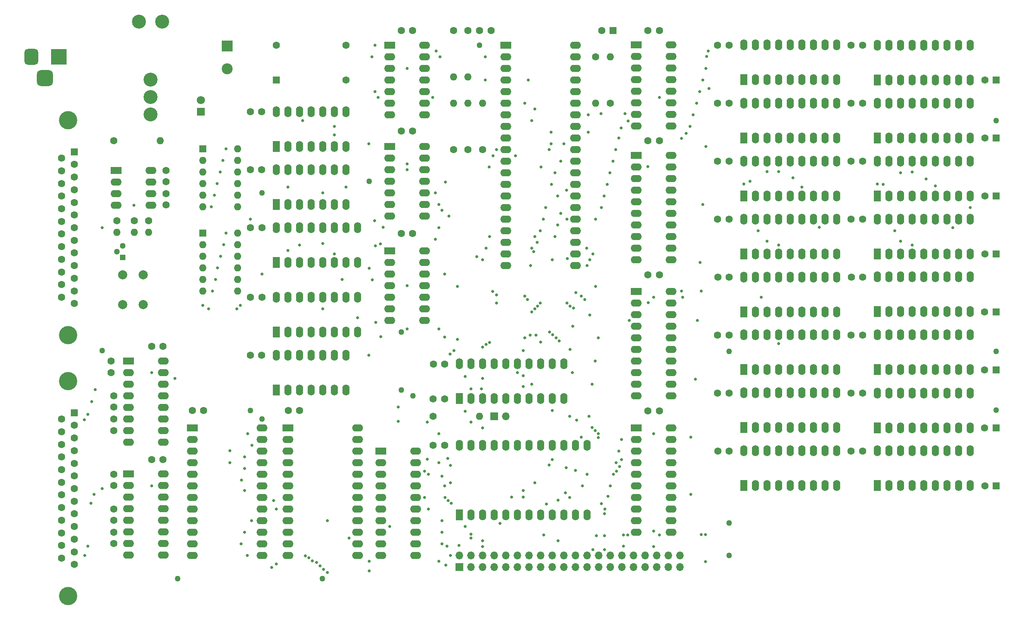
<source format=gts>
%TF.GenerationSoftware,KiCad,Pcbnew,(6.0.1)*%
%TF.CreationDate,2022-02-17T06:08:29-07:00*%
%TF.ProjectId,77Project,37375072-6f6a-4656-9374-2e6b69636164,rev?*%
%TF.SameCoordinates,Original*%
%TF.FileFunction,Soldermask,Top*%
%TF.FilePolarity,Negative*%
%FSLAX46Y46*%
G04 Gerber Fmt 4.6, Leading zero omitted, Abs format (unit mm)*
G04 Created by KiCad (PCBNEW (6.0.1)) date 2022-02-17 06:08:29*
%MOMM*%
%LPD*%
G01*
G04 APERTURE LIST*
G04 Aperture macros list*
%AMRoundRect*
0 Rectangle with rounded corners*
0 $1 Rounding radius*
0 $2 $3 $4 $5 $6 $7 $8 $9 X,Y pos of 4 corners*
0 Add a 4 corners polygon primitive as box body*
4,1,4,$2,$3,$4,$5,$6,$7,$8,$9,$2,$3,0*
0 Add four circle primitives for the rounded corners*
1,1,$1+$1,$2,$3*
1,1,$1+$1,$4,$5*
1,1,$1+$1,$6,$7*
1,1,$1+$1,$8,$9*
0 Add four rect primitives between the rounded corners*
20,1,$1+$1,$2,$3,$4,$5,0*
20,1,$1+$1,$4,$5,$6,$7,0*
20,1,$1+$1,$6,$7,$8,$9,0*
20,1,$1+$1,$8,$9,$2,$3,0*%
G04 Aperture macros list end*
%ADD10R,1.700000X1.700000*%
%ADD11O,1.700000X1.700000*%
%ADD12C,3.048000*%
%ADD13R,3.500000X3.500000*%
%ADD14RoundRect,0.750000X-0.750000X-1.000000X0.750000X-1.000000X0.750000X1.000000X-0.750000X1.000000X0*%
%ADD15RoundRect,0.875000X-0.875000X-0.875000X0.875000X-0.875000X0.875000X0.875000X-0.875000X0.875000X0*%
%ADD16R,1.600000X1.600000*%
%ADD17C,1.600000*%
%ADD18C,2.400000*%
%ADD19R,2.400000X2.400000*%
%ADD20O,1.600000X1.600000*%
%ADD21O,2.400000X1.600000*%
%ADD22R,2.400000X1.600000*%
%ADD23C,2.000000*%
%ADD24R,1.300000X1.300000*%
%ADD25C,1.300000*%
%ADD26C,4.000000*%
%ADD27C,1.800000*%
%ADD28R,1.800000X1.800000*%
%ADD29R,1.600000X2.400000*%
%ADD30O,1.600000X2.400000*%
%ADD31C,0.635000*%
%ADD32C,1.270000*%
G04 APERTURE END LIST*
D10*
%TO.C,J3*%
X137795000Y-137165004D03*
D11*
X137795000Y-134625004D03*
X140335000Y-137165004D03*
X140335000Y-134625004D03*
X142875000Y-137165004D03*
X142875000Y-134625004D03*
X145415000Y-137165004D03*
X145415000Y-134625004D03*
X147955000Y-137165004D03*
X147955000Y-134625004D03*
X150495000Y-137165004D03*
X150495000Y-134625004D03*
X153035000Y-137165004D03*
X153035000Y-134625004D03*
X155575000Y-137165004D03*
X155575000Y-134625004D03*
X158115000Y-137165004D03*
X158115000Y-134625004D03*
X160655000Y-137165004D03*
X160655000Y-134625004D03*
X163195000Y-137165004D03*
X163195000Y-134625004D03*
X165735000Y-137165004D03*
X165735000Y-134625004D03*
X168275000Y-137165004D03*
X168275000Y-134625004D03*
X170815000Y-137165004D03*
X170815000Y-134625004D03*
X173355000Y-137165004D03*
X173355000Y-134625004D03*
X175895000Y-137165004D03*
X175895000Y-134625004D03*
X178435000Y-137165004D03*
X178435000Y-134625004D03*
X180975000Y-137165004D03*
X180975000Y-134625004D03*
X183515000Y-137165004D03*
X183515000Y-134625004D03*
X186055000Y-137165004D03*
X186055000Y-134625004D03*
%TD*%
D12*
%TO.C,SW4*%
X70256400Y-30454600D03*
X70256400Y-34264600D03*
X70256400Y-38074600D03*
X72796400Y-17754600D03*
X67716400Y-17754600D03*
%TD*%
D13*
%TO.C,J1*%
X50165000Y-25400000D03*
D14*
X44165000Y-25400000D03*
D15*
X47165000Y-30100000D03*
%TD*%
D16*
%TO.C,C15*%
X171450000Y-19685000D03*
D17*
X168950000Y-19685000D03*
%TD*%
D18*
%TO.C,C18*%
X86995000Y-28076042D03*
D19*
X86995000Y-23076042D03*
%TD*%
D16*
%TO.C,SW1*%
X81703494Y-64008000D03*
D20*
X81703494Y-66548000D03*
X81703494Y-69088000D03*
X81703494Y-71628000D03*
X81703494Y-74168000D03*
X81703494Y-76708000D03*
X89323494Y-76708000D03*
X89323494Y-74168000D03*
X89323494Y-71628000D03*
X89323494Y-69088000D03*
X89323494Y-66548000D03*
X89323494Y-64008000D03*
%TD*%
%TO.C,SW2*%
X89323494Y-45593000D03*
X89323494Y-48133000D03*
X89323494Y-50673000D03*
X89323494Y-53213000D03*
X89323494Y-55753000D03*
X89323494Y-58293000D03*
X81703494Y-58293000D03*
X81703494Y-55753000D03*
X81703494Y-53213000D03*
X81703494Y-50673000D03*
X81703494Y-48133000D03*
D16*
X81703494Y-45593000D03*
%TD*%
D21*
%TO.C,U37*%
X70368000Y-50302000D03*
X70368000Y-52842000D03*
X70368000Y-55382000D03*
X70368000Y-57922000D03*
X62748000Y-57922000D03*
X62748000Y-55382000D03*
X62748000Y-52842000D03*
D22*
X62748000Y-50302000D03*
%TD*%
D23*
%TO.C,SW3*%
X64171000Y-73204000D03*
X64171000Y-79704000D03*
X68671000Y-73204000D03*
X68671000Y-79704000D03*
%TD*%
D17*
%TO.C,R12*%
X62230000Y-43815000D03*
D20*
X72390000Y-43815000D03*
%TD*%
D17*
%TO.C,R11*%
X62865000Y-61312000D03*
D20*
X62865000Y-63852000D03*
%TD*%
D17*
%TO.C,R10*%
X69850000Y-61312000D03*
D20*
X69850000Y-63852000D03*
%TD*%
D17*
%TO.C,R9*%
X66675000Y-61312000D03*
D20*
X66675000Y-63852000D03*
%TD*%
D24*
%TO.C,Q1*%
X64135000Y-69342000D03*
D25*
X62865000Y-68072000D03*
X64135000Y-66802000D03*
%TD*%
D26*
%TO.C,J4*%
X52195331Y-86410000D03*
X52195331Y-39310000D03*
D16*
X53615331Y-46240000D03*
D17*
X53615331Y-49010000D03*
X53615331Y-51780000D03*
X53615331Y-54550000D03*
X53615331Y-57320000D03*
X53615331Y-60090000D03*
X53615331Y-62860000D03*
X53615331Y-65630000D03*
X53615331Y-68400000D03*
X53615331Y-71170000D03*
X53615331Y-73940000D03*
X53615331Y-76710000D03*
X53615331Y-79480000D03*
X50775331Y-47625000D03*
X50775331Y-50395000D03*
X50775331Y-53165000D03*
X50775331Y-55935000D03*
X50775331Y-58705000D03*
X50775331Y-61475000D03*
X50775331Y-64245000D03*
X50775331Y-67015000D03*
X50775331Y-69785000D03*
X50775331Y-72555000D03*
X50775331Y-75325000D03*
X50775331Y-78095000D03*
%TD*%
%TO.C,J2*%
X50775331Y-135245000D03*
X50775331Y-132475000D03*
X50775331Y-129705000D03*
X50775331Y-126935000D03*
X50775331Y-124165000D03*
X50775331Y-121395000D03*
X50775331Y-118625000D03*
X50775331Y-115855000D03*
X50775331Y-113085000D03*
X50775331Y-110315000D03*
X50775331Y-107545000D03*
X50775331Y-104775000D03*
X53615331Y-136630000D03*
X53615331Y-133860000D03*
X53615331Y-131090000D03*
X53615331Y-128320000D03*
X53615331Y-125550000D03*
X53615331Y-122780000D03*
X53615331Y-120010000D03*
X53615331Y-117240000D03*
X53615331Y-114470000D03*
X53615331Y-111700000D03*
X53615331Y-108930000D03*
X53615331Y-106160000D03*
D16*
X53615331Y-103390000D03*
D26*
X52195331Y-96460000D03*
X52195331Y-143560000D03*
%TD*%
D27*
%TO.C,D1*%
X81280000Y-34925000D03*
D28*
X81280000Y-37465000D03*
%TD*%
D17*
%TO.C,C54*%
X73660000Y-55392000D03*
X73660000Y-57892000D03*
%TD*%
%TO.C,C53*%
X73660000Y-52812000D03*
X73660000Y-50312000D03*
%TD*%
%TO.C,C3*%
X196830000Y-35560000D03*
X194330000Y-35560000D03*
%TD*%
D29*
%TO.C,U19*%
X200025000Y-55880000D03*
D30*
X202565000Y-55880000D03*
X205105000Y-55880000D03*
X207645000Y-55880000D03*
X210185000Y-55880000D03*
X212725000Y-55880000D03*
X215265000Y-55880000D03*
X217805000Y-55880000D03*
X220345000Y-55880000D03*
X220345000Y-48260000D03*
X217805000Y-48260000D03*
X215265000Y-48260000D03*
X212725000Y-48260000D03*
X210185000Y-48260000D03*
X207645000Y-48260000D03*
X205105000Y-48260000D03*
X202565000Y-48260000D03*
X200025000Y-48260000D03*
%TD*%
D29*
%TO.C,U30*%
X229245000Y-81270000D03*
D30*
X231785000Y-81270000D03*
X234325000Y-81270000D03*
X236865000Y-81270000D03*
X239405000Y-81270000D03*
X241945000Y-81270000D03*
X244485000Y-81270000D03*
X247025000Y-81270000D03*
X249565000Y-81270000D03*
X249565000Y-73650000D03*
X247025000Y-73650000D03*
X244485000Y-73650000D03*
X241945000Y-73650000D03*
X239405000Y-73650000D03*
X236865000Y-73650000D03*
X234325000Y-73650000D03*
X231785000Y-73650000D03*
X229245000Y-73650000D03*
%TD*%
D17*
%TO.C,C44*%
X62230000Y-116860000D03*
X62230000Y-119360000D03*
%TD*%
D29*
%TO.C,U18*%
X200025000Y-43180000D03*
D30*
X202565000Y-43180000D03*
X205105000Y-43180000D03*
X207645000Y-43180000D03*
X210185000Y-43180000D03*
X212725000Y-43180000D03*
X215265000Y-43180000D03*
X217805000Y-43180000D03*
X220345000Y-43180000D03*
X220345000Y-35560000D03*
X217805000Y-35560000D03*
X215265000Y-35560000D03*
X212725000Y-35560000D03*
X210185000Y-35560000D03*
X207645000Y-35560000D03*
X205105000Y-35560000D03*
X202565000Y-35560000D03*
X200025000Y-35560000D03*
%TD*%
D22*
%TO.C,U16*%
X176540000Y-22850000D03*
D21*
X176540000Y-25390000D03*
X176540000Y-27930000D03*
X176540000Y-30470000D03*
X176540000Y-33010000D03*
X176540000Y-35550000D03*
X176540000Y-38090000D03*
X176540000Y-40630000D03*
X184160000Y-40630000D03*
X184160000Y-38090000D03*
X184160000Y-35550000D03*
X184160000Y-33010000D03*
X184160000Y-30470000D03*
X184160000Y-27930000D03*
X184160000Y-25390000D03*
X184160000Y-22850000D03*
%TD*%
D17*
%TO.C,C14*%
X94595000Y-37465000D03*
X92095000Y-37465000D03*
%TD*%
D29*
%TO.C,U20*%
X200025000Y-68580000D03*
D30*
X202565000Y-68580000D03*
X205105000Y-68580000D03*
X207645000Y-68580000D03*
X210185000Y-68580000D03*
X212725000Y-68580000D03*
X215265000Y-68580000D03*
X217805000Y-68580000D03*
X220345000Y-68580000D03*
X220345000Y-60960000D03*
X217805000Y-60960000D03*
X215265000Y-60960000D03*
X212725000Y-60960000D03*
X210185000Y-60960000D03*
X207645000Y-60960000D03*
X205105000Y-60960000D03*
X202565000Y-60960000D03*
X200025000Y-60960000D03*
%TD*%
D17*
%TO.C,C12*%
X181590000Y-43815000D03*
X179090000Y-43815000D03*
%TD*%
D22*
%TO.C,U35*%
X65415000Y-92045000D03*
D21*
X65415000Y-94585000D03*
X65415000Y-97125000D03*
X65415000Y-99665000D03*
X65415000Y-102205000D03*
X65415000Y-104745000D03*
X65415000Y-107285000D03*
X65415000Y-109825000D03*
X73035000Y-109825000D03*
X73035000Y-107285000D03*
X73035000Y-104745000D03*
X73035000Y-102205000D03*
X73035000Y-99665000D03*
X73035000Y-97125000D03*
X73035000Y-94585000D03*
X73035000Y-92045000D03*
%TD*%
D29*
%TO.C,U23*%
X229235000Y-43180000D03*
D30*
X231775000Y-43180000D03*
X234315000Y-43180000D03*
X236855000Y-43180000D03*
X239395000Y-43180000D03*
X241935000Y-43180000D03*
X244475000Y-43180000D03*
X247015000Y-43180000D03*
X249555000Y-43180000D03*
X249555000Y-35560000D03*
X247015000Y-35560000D03*
X244475000Y-35560000D03*
X241935000Y-35560000D03*
X239395000Y-35560000D03*
X236855000Y-35560000D03*
X234315000Y-35560000D03*
X231775000Y-35560000D03*
X229235000Y-35560000D03*
%TD*%
D17*
%TO.C,C23*%
X134585000Y-110490000D03*
X132085000Y-110490000D03*
%TD*%
D29*
%TO.C,U6*%
X97785000Y-45075000D03*
D30*
X100325000Y-45075000D03*
X102865000Y-45075000D03*
X105405000Y-45075000D03*
X107945000Y-45075000D03*
X110485000Y-45075000D03*
X113025000Y-45075000D03*
X113025000Y-37455000D03*
X110485000Y-37455000D03*
X107945000Y-37455000D03*
X105405000Y-37455000D03*
X102865000Y-37455000D03*
X100325000Y-37455000D03*
X97785000Y-37455000D03*
%TD*%
D29*
%TO.C,U22*%
X229235000Y-30480000D03*
D30*
X231775000Y-30480000D03*
X234315000Y-30480000D03*
X236855000Y-30480000D03*
X239395000Y-30480000D03*
X241935000Y-30480000D03*
X244475000Y-30480000D03*
X247015000Y-30480000D03*
X249555000Y-30480000D03*
X249555000Y-22860000D03*
X247015000Y-22860000D03*
X244475000Y-22860000D03*
X241935000Y-22860000D03*
X239395000Y-22860000D03*
X236855000Y-22860000D03*
X234315000Y-22860000D03*
X231775000Y-22860000D03*
X229235000Y-22860000D03*
%TD*%
D17*
%TO.C,R2*%
X139700000Y-19685000D03*
D20*
X139700000Y-29845000D03*
%TD*%
D17*
%TO.C,C28*%
X144760000Y-19685000D03*
X142260000Y-19685000D03*
%TD*%
%TO.C,R3*%
X139700000Y-45720000D03*
D20*
X139700000Y-35560000D03*
%TD*%
D17*
%TO.C,C21*%
X81895000Y-102870000D03*
X79395000Y-102870000D03*
%TD*%
%TO.C,C31*%
X127615000Y-19685000D03*
X125115000Y-19685000D03*
%TD*%
D29*
%TO.C,U17*%
X200035000Y-30470000D03*
D30*
X202575000Y-30470000D03*
X205115000Y-30470000D03*
X207655000Y-30470000D03*
X210195000Y-30470000D03*
X212735000Y-30470000D03*
X215275000Y-30470000D03*
X217815000Y-30470000D03*
X220355000Y-30470000D03*
X220355000Y-22850000D03*
X217815000Y-22850000D03*
X215275000Y-22850000D03*
X212735000Y-22850000D03*
X210195000Y-22850000D03*
X207655000Y-22850000D03*
X205115000Y-22850000D03*
X202575000Y-22850000D03*
X200035000Y-22850000D03*
%TD*%
D17*
%TO.C,C27*%
X94615000Y-78105000D03*
X92115000Y-78105000D03*
%TD*%
D22*
%TO.C,U9*%
X176530000Y-106680000D03*
D21*
X176530000Y-109220000D03*
X176530000Y-111760000D03*
X176530000Y-114300000D03*
X176530000Y-116840000D03*
X176530000Y-119380000D03*
X176530000Y-121920000D03*
X176530000Y-124460000D03*
X176530000Y-127000000D03*
X176530000Y-129540000D03*
X184150000Y-129540000D03*
X184150000Y-127000000D03*
X184150000Y-124460000D03*
X184150000Y-121920000D03*
X184150000Y-119380000D03*
X184150000Y-116840000D03*
X184150000Y-114300000D03*
X184150000Y-111760000D03*
X184150000Y-109220000D03*
X184150000Y-106680000D03*
%TD*%
D17*
%TO.C,C8*%
X226040000Y-60960000D03*
X223540000Y-60960000D03*
%TD*%
%TO.C,C49*%
X61595000Y-92075000D03*
X61595000Y-94575000D03*
%TD*%
%TO.C,C37*%
X226040000Y-86360000D03*
X223540000Y-86360000D03*
%TD*%
D16*
%TO.C,C42*%
X255230000Y-106680000D03*
D17*
X252730000Y-106680000D03*
%TD*%
D16*
%TO.C,X1*%
X97790000Y-30480000D03*
D17*
X113030000Y-30480000D03*
X113030000Y-22860000D03*
X97790000Y-22860000D03*
%TD*%
D16*
%TO.C,C41*%
X255228856Y-93980000D03*
D17*
X252728856Y-93980000D03*
%TD*%
%TO.C,C38*%
X226040000Y-99060000D03*
X223540000Y-99060000D03*
%TD*%
D29*
%TO.C,U33*%
X229245000Y-119370000D03*
D30*
X231785000Y-119370000D03*
X234325000Y-119370000D03*
X236865000Y-119370000D03*
X239405000Y-119370000D03*
X241945000Y-119370000D03*
X244485000Y-119370000D03*
X247025000Y-119370000D03*
X249565000Y-119370000D03*
X249565000Y-111750000D03*
X247025000Y-111750000D03*
X244485000Y-111750000D03*
X241945000Y-111750000D03*
X239405000Y-111750000D03*
X236865000Y-111750000D03*
X234325000Y-111750000D03*
X231785000Y-111750000D03*
X229245000Y-111750000D03*
%TD*%
D16*
%TO.C,C11*%
X255270000Y-55880000D03*
D17*
X252770000Y-55880000D03*
%TD*%
D22*
%TO.C,U14*%
X176540000Y-76840000D03*
D21*
X176540000Y-79380000D03*
X176540000Y-81920000D03*
X176540000Y-84460000D03*
X176540000Y-87000000D03*
X176540000Y-89540000D03*
X176540000Y-92080000D03*
X176540000Y-94620000D03*
X176540000Y-97160000D03*
X176540000Y-99700000D03*
X184160000Y-99700000D03*
X184160000Y-97160000D03*
X184160000Y-94620000D03*
X184160000Y-92080000D03*
X184160000Y-89540000D03*
X184160000Y-87000000D03*
X184160000Y-84460000D03*
X184160000Y-81920000D03*
X184160000Y-79380000D03*
X184160000Y-76840000D03*
%TD*%
D17*
%TO.C,R5*%
X142875000Y-45720000D03*
D20*
X142875000Y-35560000D03*
%TD*%
D17*
%TO.C,C45*%
X94595000Y-90805000D03*
X92095000Y-90805000D03*
%TD*%
%TO.C,R1*%
X136525000Y-19685000D03*
D20*
X136525000Y-29845000D03*
%TD*%
D17*
%TO.C,C29*%
X94615000Y-62865000D03*
X92115000Y-62865000D03*
%TD*%
%TO.C,C17*%
X181590000Y-19685000D03*
X179090000Y-19685000D03*
%TD*%
D29*
%TO.C,U29*%
X200035000Y-119370000D03*
D30*
X202575000Y-119370000D03*
X205115000Y-119370000D03*
X207655000Y-119370000D03*
X210195000Y-119370000D03*
X212735000Y-119370000D03*
X215275000Y-119370000D03*
X217815000Y-119370000D03*
X220355000Y-119370000D03*
X220355000Y-111750000D03*
X217815000Y-111750000D03*
X215275000Y-111750000D03*
X212735000Y-111750000D03*
X210195000Y-111750000D03*
X207655000Y-111750000D03*
X205115000Y-111750000D03*
X202575000Y-111750000D03*
X200035000Y-111750000D03*
%TD*%
D17*
%TO.C,C33*%
X196830000Y-86360000D03*
X194330000Y-86360000D03*
%TD*%
D22*
%TO.C,U10*%
X120660000Y-111765000D03*
D21*
X120660000Y-114305000D03*
X120660000Y-116845000D03*
X120660000Y-119385000D03*
X120660000Y-121925000D03*
X120660000Y-124465000D03*
X120660000Y-127005000D03*
X120660000Y-129545000D03*
X120660000Y-132085000D03*
X120660000Y-134625000D03*
X128280000Y-134625000D03*
X128280000Y-132085000D03*
X128280000Y-129545000D03*
X128280000Y-127005000D03*
X128280000Y-124465000D03*
X128280000Y-121925000D03*
X128280000Y-119385000D03*
X128280000Y-116845000D03*
X128280000Y-114305000D03*
X128280000Y-111765000D03*
%TD*%
D17*
%TO.C,C26*%
X102870000Y-102870000D03*
X100370000Y-102870000D03*
%TD*%
%TO.C,C24*%
X127595000Y-41656000D03*
X125095000Y-41656000D03*
%TD*%
%TO.C,C35*%
X196850000Y-111760000D03*
X194350000Y-111760000D03*
%TD*%
%TO.C,C2*%
X226040000Y-22860000D03*
X223540000Y-22860000D03*
%TD*%
%TO.C,C10*%
X196830000Y-60960000D03*
X194330000Y-60960000D03*
%TD*%
D22*
%TO.C,U8*%
X79370000Y-106675000D03*
D21*
X79370000Y-109215000D03*
X79370000Y-111755000D03*
X79370000Y-114295000D03*
X79370000Y-116835000D03*
X79370000Y-119375000D03*
X79370000Y-121915000D03*
X79370000Y-124455000D03*
X79370000Y-126995000D03*
X79370000Y-129535000D03*
X79370000Y-132075000D03*
X79370000Y-134615000D03*
X94610000Y-134615000D03*
X94610000Y-132075000D03*
X94610000Y-129535000D03*
X94610000Y-126995000D03*
X94610000Y-124455000D03*
X94610000Y-121915000D03*
X94610000Y-119375000D03*
X94610000Y-116835000D03*
X94610000Y-114295000D03*
X94610000Y-111755000D03*
X94610000Y-109215000D03*
X94610000Y-106675000D03*
%TD*%
D29*
%TO.C,U15*%
X97780000Y-85715000D03*
D30*
X100320000Y-85715000D03*
X102860000Y-85715000D03*
X105400000Y-85715000D03*
X107940000Y-85715000D03*
X110480000Y-85715000D03*
X113020000Y-85715000D03*
X115560000Y-85715000D03*
X115560000Y-78095000D03*
X113020000Y-78095000D03*
X110480000Y-78095000D03*
X107940000Y-78095000D03*
X105400000Y-78095000D03*
X102860000Y-78095000D03*
X100320000Y-78095000D03*
X97780000Y-78095000D03*
%TD*%
D17*
%TO.C,C32*%
X196850000Y-73660000D03*
X194350000Y-73660000D03*
%TD*%
%TO.C,C6*%
X226040000Y-48260000D03*
X223540000Y-48260000D03*
%TD*%
%TO.C,C46*%
X62230000Y-124480000D03*
X62230000Y-126980000D03*
%TD*%
D29*
%TO.C,U24*%
X229235000Y-55880000D03*
D30*
X231775000Y-55880000D03*
X234315000Y-55880000D03*
X236855000Y-55880000D03*
X239395000Y-55880000D03*
X241935000Y-55880000D03*
X244475000Y-55880000D03*
X247015000Y-55880000D03*
X249555000Y-55880000D03*
X249555000Y-48260000D03*
X247015000Y-48260000D03*
X244475000Y-48260000D03*
X241935000Y-48260000D03*
X239395000Y-48260000D03*
X236855000Y-48260000D03*
X234315000Y-48260000D03*
X231775000Y-48260000D03*
X229235000Y-48260000D03*
%TD*%
D22*
%TO.C,U5*%
X122565000Y-22855000D03*
D21*
X122565000Y-25395000D03*
X122565000Y-27935000D03*
X122565000Y-30475000D03*
X122565000Y-33015000D03*
X122565000Y-35555000D03*
X122565000Y-38095000D03*
X130185000Y-38095000D03*
X130185000Y-35555000D03*
X130185000Y-33015000D03*
X130185000Y-30475000D03*
X130185000Y-27935000D03*
X130185000Y-25395000D03*
X130185000Y-22855000D03*
%TD*%
D29*
%TO.C,U32*%
X229235000Y-106680000D03*
D30*
X231775000Y-106680000D03*
X234315000Y-106680000D03*
X236855000Y-106680000D03*
X239395000Y-106680000D03*
X241935000Y-106680000D03*
X244475000Y-106680000D03*
X247015000Y-106680000D03*
X249555000Y-106680000D03*
X249555000Y-99060000D03*
X247015000Y-99060000D03*
X244475000Y-99060000D03*
X241935000Y-99060000D03*
X239395000Y-99060000D03*
X236855000Y-99060000D03*
X234315000Y-99060000D03*
X231775000Y-99060000D03*
X229235000Y-99060000D03*
%TD*%
D17*
%TO.C,C20*%
X94595000Y-50165000D03*
X92095000Y-50165000D03*
%TD*%
D29*
%TO.C,U26*%
X200025000Y-81280000D03*
D30*
X202565000Y-81280000D03*
X205105000Y-81280000D03*
X207645000Y-81280000D03*
X210185000Y-81280000D03*
X212725000Y-81280000D03*
X215265000Y-81280000D03*
X217805000Y-81280000D03*
X220345000Y-81280000D03*
X220345000Y-73660000D03*
X217805000Y-73660000D03*
X215265000Y-73660000D03*
X212725000Y-73660000D03*
X210185000Y-73660000D03*
X207645000Y-73660000D03*
X205105000Y-73660000D03*
X202565000Y-73660000D03*
X200025000Y-73660000D03*
%TD*%
D17*
%TO.C,C25*%
X134600000Y-100330000D03*
X132100000Y-100330000D03*
%TD*%
D16*
%TO.C,C9*%
X255270000Y-43180000D03*
D17*
X252770000Y-43180000D03*
%TD*%
%TO.C,R4*%
X136525000Y-45720000D03*
D20*
X136525000Y-35560000D03*
%TD*%
D17*
%TO.C,C34*%
X196830000Y-99060000D03*
X194330000Y-99060000D03*
%TD*%
D22*
%TO.C,U11*%
X147955000Y-22860000D03*
D21*
X147955000Y-25400000D03*
X147955000Y-27940000D03*
X147955000Y-30480000D03*
X147955000Y-33020000D03*
X147955000Y-35560000D03*
X147955000Y-38100000D03*
X147955000Y-40640000D03*
X147955000Y-43180000D03*
X147955000Y-45720000D03*
X147955000Y-48260000D03*
X147955000Y-50800000D03*
X147955000Y-53340000D03*
X147955000Y-55880000D03*
X147955000Y-58420000D03*
X147955000Y-60960000D03*
X147955000Y-63500000D03*
X147955000Y-66040000D03*
X147955000Y-68580000D03*
X147955000Y-71120000D03*
X163195000Y-71120000D03*
X163195000Y-68580000D03*
X163195000Y-66040000D03*
X163195000Y-63500000D03*
X163195000Y-60960000D03*
X163195000Y-58420000D03*
X163195000Y-55880000D03*
X163195000Y-53340000D03*
X163195000Y-50800000D03*
X163195000Y-48260000D03*
X163195000Y-45720000D03*
X163195000Y-43180000D03*
X163195000Y-40640000D03*
X163195000Y-38100000D03*
X163195000Y-35560000D03*
X163195000Y-33020000D03*
X163195000Y-30480000D03*
X163195000Y-27940000D03*
X163195000Y-25400000D03*
X163195000Y-22860000D03*
%TD*%
D16*
%TO.C,C40*%
X255228856Y-81280000D03*
D17*
X252728856Y-81280000D03*
%TD*%
%TO.C,C50*%
X62230000Y-99675000D03*
X62230000Y-102175000D03*
%TD*%
%TO.C,C22*%
X134620000Y-92710000D03*
X132120000Y-92710000D03*
%TD*%
D10*
%TO.C,JP1*%
X145415000Y-104140000D03*
D11*
X147955000Y-104140000D03*
%TD*%
D17*
%TO.C,C36*%
X226060000Y-73660000D03*
X223560000Y-73660000D03*
%TD*%
D16*
%TO.C,C7*%
X255270000Y-30480000D03*
D17*
X252770000Y-30480000D03*
%TD*%
D30*
%TO.C,U21*%
X137795000Y-110495000D03*
X140335000Y-110495000D03*
X142875000Y-110495000D03*
X145415000Y-110495000D03*
X147955000Y-110495000D03*
X150495000Y-110495000D03*
X153035000Y-110495000D03*
X155575000Y-110495000D03*
X158115000Y-110495000D03*
X160655000Y-110495000D03*
X163195000Y-110495000D03*
X165735000Y-110495000D03*
X165735000Y-125735000D03*
X163195000Y-125735000D03*
X160655000Y-125735000D03*
X158115000Y-125735000D03*
X155575000Y-125735000D03*
X153035000Y-125735000D03*
X150495000Y-125735000D03*
X147955000Y-125735000D03*
X145415000Y-125735000D03*
X142875000Y-125735000D03*
X140335000Y-125735000D03*
D29*
X137795000Y-125735000D03*
%TD*%
D17*
%TO.C,R6*%
X170815000Y-35560000D03*
D20*
X170815000Y-25400000D03*
%TD*%
D22*
%TO.C,U13*%
X176540000Y-46995000D03*
D21*
X176540000Y-49535000D03*
X176540000Y-52075000D03*
X176540000Y-54615000D03*
X176540000Y-57155000D03*
X176540000Y-59695000D03*
X176540000Y-62235000D03*
X176540000Y-64775000D03*
X176540000Y-67315000D03*
X176540000Y-69855000D03*
X184160000Y-69855000D03*
X184160000Y-67315000D03*
X184160000Y-64775000D03*
X184160000Y-62235000D03*
X184160000Y-59695000D03*
X184160000Y-57155000D03*
X184160000Y-54615000D03*
X184160000Y-52075000D03*
X184160000Y-49535000D03*
X184160000Y-46995000D03*
%TD*%
D17*
%TO.C,C1*%
X196830000Y-22860000D03*
X194330000Y-22860000D03*
%TD*%
%TO.C,C52*%
X62230000Y-107295000D03*
X62230000Y-104795000D03*
%TD*%
D29*
%TO.C,U36*%
X97785000Y-98415000D03*
D30*
X100325000Y-98415000D03*
X102865000Y-98415000D03*
X105405000Y-98415000D03*
X107945000Y-98415000D03*
X110485000Y-98415000D03*
X113025000Y-98415000D03*
X113025000Y-90795000D03*
X110485000Y-90795000D03*
X107945000Y-90795000D03*
X105405000Y-90795000D03*
X102865000Y-90795000D03*
X100325000Y-90795000D03*
X97785000Y-90795000D03*
%TD*%
D17*
%TO.C,C19*%
X181590000Y-102997000D03*
X179090000Y-102997000D03*
%TD*%
%TO.C,R7*%
X167640000Y-25400000D03*
D20*
X167640000Y-35560000D03*
%TD*%
D22*
%TO.C,U34*%
X65405000Y-116830000D03*
D21*
X65405000Y-119370000D03*
X65405000Y-121910000D03*
X65405000Y-124450000D03*
X65405000Y-126990000D03*
X65405000Y-129530000D03*
X65405000Y-132070000D03*
X65405000Y-134610000D03*
X73025000Y-134610000D03*
X73025000Y-132070000D03*
X73025000Y-129530000D03*
X73025000Y-126990000D03*
X73025000Y-124450000D03*
X73025000Y-121910000D03*
X73025000Y-119370000D03*
X73025000Y-116830000D03*
%TD*%
D17*
%TO.C,C5*%
X196830000Y-48260000D03*
X194330000Y-48260000D03*
%TD*%
%TO.C,C39*%
X226040000Y-111760000D03*
X223540000Y-111760000D03*
%TD*%
%TO.C,C47*%
X72985000Y-113665000D03*
X70485000Y-113665000D03*
%TD*%
%TO.C,R8*%
X132085000Y-104140000D03*
D20*
X142245000Y-104140000D03*
%TD*%
D17*
%TO.C,C48*%
X62230000Y-132060000D03*
X62230000Y-129560000D03*
%TD*%
D29*
%TO.C,U25*%
X229235000Y-68580000D03*
D30*
X231775000Y-68580000D03*
X234315000Y-68580000D03*
X236855000Y-68580000D03*
X239395000Y-68580000D03*
X241935000Y-68580000D03*
X244475000Y-68580000D03*
X247015000Y-68580000D03*
X249555000Y-68580000D03*
X249555000Y-60960000D03*
X247015000Y-60960000D03*
X244475000Y-60960000D03*
X241935000Y-60960000D03*
X239395000Y-60960000D03*
X236855000Y-60960000D03*
X234315000Y-60960000D03*
X231775000Y-60960000D03*
X229235000Y-60960000D03*
%TD*%
D17*
%TO.C,C30*%
X127615000Y-64135000D03*
X125115000Y-64135000D03*
%TD*%
D29*
%TO.C,U31*%
X229245000Y-93970000D03*
D30*
X231785000Y-93970000D03*
X234325000Y-93970000D03*
X236865000Y-93970000D03*
X239405000Y-93970000D03*
X241945000Y-93970000D03*
X244485000Y-93970000D03*
X247025000Y-93970000D03*
X249565000Y-93970000D03*
X249565000Y-86350000D03*
X247025000Y-86350000D03*
X244485000Y-86350000D03*
X241945000Y-86350000D03*
X239405000Y-86350000D03*
X236865000Y-86350000D03*
X234325000Y-86350000D03*
X231785000Y-86350000D03*
X229245000Y-86350000D03*
%TD*%
D29*
%TO.C,U3*%
X97780000Y-70475000D03*
D30*
X100320000Y-70475000D03*
X102860000Y-70475000D03*
X105400000Y-70475000D03*
X107940000Y-70475000D03*
X110480000Y-70475000D03*
X113020000Y-70475000D03*
X115560000Y-70475000D03*
X115560000Y-62855000D03*
X113020000Y-62855000D03*
X110480000Y-62855000D03*
X107940000Y-62855000D03*
X105400000Y-62855000D03*
X102860000Y-62855000D03*
X100320000Y-62855000D03*
X97780000Y-62855000D03*
%TD*%
D29*
%TO.C,U12*%
X137800000Y-100320000D03*
D30*
X140340000Y-100320000D03*
X142880000Y-100320000D03*
X145420000Y-100320000D03*
X147960000Y-100320000D03*
X150500000Y-100320000D03*
X153040000Y-100320000D03*
X155580000Y-100320000D03*
X158120000Y-100320000D03*
X160660000Y-100320000D03*
X160660000Y-92700000D03*
X158120000Y-92700000D03*
X155580000Y-92700000D03*
X153040000Y-92700000D03*
X150500000Y-92700000D03*
X147960000Y-92700000D03*
X145420000Y-92700000D03*
X142880000Y-92700000D03*
X140340000Y-92700000D03*
X137800000Y-92700000D03*
%TD*%
D29*
%TO.C,U4*%
X97785000Y-57775000D03*
D30*
X100325000Y-57775000D03*
X102865000Y-57775000D03*
X105405000Y-57775000D03*
X107945000Y-57775000D03*
X110485000Y-57775000D03*
X113025000Y-57775000D03*
X113025000Y-50155000D03*
X110485000Y-50155000D03*
X107945000Y-50155000D03*
X105405000Y-50155000D03*
X102865000Y-50155000D03*
X100325000Y-50155000D03*
X97785000Y-50155000D03*
%TD*%
D16*
%TO.C,C13*%
X255270000Y-68580000D03*
D17*
X252770000Y-68580000D03*
%TD*%
D22*
%TO.C,U2*%
X122565000Y-45080000D03*
D21*
X122565000Y-47620000D03*
X122565000Y-50160000D03*
X122565000Y-52700000D03*
X122565000Y-55240000D03*
X122565000Y-57780000D03*
X122565000Y-60320000D03*
X130185000Y-60320000D03*
X130185000Y-57780000D03*
X130185000Y-55240000D03*
X130185000Y-52700000D03*
X130185000Y-50160000D03*
X130185000Y-47620000D03*
X130185000Y-45080000D03*
%TD*%
D17*
%TO.C,C51*%
X73005000Y-88835000D03*
X70505000Y-88835000D03*
%TD*%
D29*
%TO.C,U27*%
X200035000Y-93970000D03*
D30*
X202575000Y-93970000D03*
X205115000Y-93970000D03*
X207655000Y-93970000D03*
X210195000Y-93970000D03*
X212735000Y-93970000D03*
X215275000Y-93970000D03*
X217815000Y-93970000D03*
X220355000Y-93970000D03*
X220355000Y-86350000D03*
X217815000Y-86350000D03*
X215275000Y-86350000D03*
X212735000Y-86350000D03*
X210195000Y-86350000D03*
X207655000Y-86350000D03*
X205115000Y-86350000D03*
X202575000Y-86350000D03*
X200035000Y-86350000D03*
%TD*%
D22*
%TO.C,U7*%
X100325000Y-106675000D03*
D21*
X100325000Y-109215000D03*
X100325000Y-111755000D03*
X100325000Y-114295000D03*
X100325000Y-116835000D03*
X100325000Y-119375000D03*
X100325000Y-121915000D03*
X100325000Y-124455000D03*
X100325000Y-126995000D03*
X100325000Y-129535000D03*
X100325000Y-132075000D03*
X100325000Y-134615000D03*
X115565000Y-134615000D03*
X115565000Y-132075000D03*
X115565000Y-129535000D03*
X115565000Y-126995000D03*
X115565000Y-124455000D03*
X115565000Y-121915000D03*
X115565000Y-119375000D03*
X115565000Y-116835000D03*
X115565000Y-114295000D03*
X115565000Y-111755000D03*
X115565000Y-109215000D03*
X115565000Y-106675000D03*
%TD*%
D17*
%TO.C,C4*%
X226040000Y-35560000D03*
X223540000Y-35560000D03*
%TD*%
D16*
%TO.C,C43*%
X255270000Y-119380000D03*
D17*
X252770000Y-119380000D03*
%TD*%
%TO.C,C16*%
X181590000Y-73152000D03*
X179090000Y-73152000D03*
%TD*%
D29*
%TO.C,U28*%
X200035000Y-106670000D03*
D30*
X202575000Y-106670000D03*
X205115000Y-106670000D03*
X207655000Y-106670000D03*
X210195000Y-106670000D03*
X212735000Y-106670000D03*
X215275000Y-106670000D03*
X217815000Y-106670000D03*
X220355000Y-106670000D03*
X220355000Y-99050000D03*
X217815000Y-99050000D03*
X215275000Y-99050000D03*
X212735000Y-99050000D03*
X210195000Y-99050000D03*
X207655000Y-99050000D03*
X205115000Y-99050000D03*
X202575000Y-99050000D03*
X200035000Y-99050000D03*
%TD*%
D22*
%TO.C,U1*%
X122555000Y-67945000D03*
D21*
X122555000Y-70485000D03*
X122555000Y-73025000D03*
X122555000Y-75565000D03*
X122555000Y-78105000D03*
X122555000Y-80645000D03*
X122555000Y-83185000D03*
X130175000Y-83185000D03*
X130175000Y-80645000D03*
X130175000Y-78105000D03*
X130175000Y-75565000D03*
X130175000Y-73025000D03*
X130175000Y-70485000D03*
X130175000Y-67945000D03*
%TD*%
D31*
X141605000Y-69215000D03*
X144348200Y-49555400D03*
X155702000Y-49530000D03*
X66665000Y-57922000D03*
D32*
X196850000Y-89916000D03*
X255228856Y-89957144D03*
X255270000Y-39370000D03*
X255230000Y-102830000D03*
X107823000Y-139700000D03*
X76200000Y-139700000D03*
X59690000Y-89789000D03*
D31*
X166370000Y-81987011D03*
X124460000Y-102108000D03*
X166229200Y-104140000D03*
X161925000Y-104140000D03*
X124460000Y-105283000D03*
D32*
X196850000Y-134620000D03*
D31*
X181590000Y-34310000D03*
D32*
X94615000Y-104775000D03*
D31*
X94615000Y-73025000D03*
D32*
X196850000Y-127533400D03*
D31*
X107950000Y-55245000D03*
D32*
X94615000Y-55245000D03*
D31*
X75565000Y-95885000D03*
D32*
X127635000Y-99695000D03*
D31*
X132715000Y-24130000D03*
X119380000Y-33020000D03*
X119380000Y-22860000D03*
X97194108Y-122594108D03*
X143510000Y-30480000D03*
X134874000Y-136779000D03*
X135128000Y-132588000D03*
X152908000Y-30480000D03*
X152743400Y-78613000D03*
X165227000Y-78613000D03*
X96774000Y-137287000D03*
X167767000Y-130302000D03*
X167005000Y-133350000D03*
X152108400Y-35560000D03*
X168199800Y-108839000D03*
X164465000Y-77851000D03*
X169545000Y-130302000D03*
X152108400Y-77851000D03*
X164465000Y-108712000D03*
X169545000Y-133350000D03*
X173736000Y-132588000D03*
X173736000Y-130175000D03*
X168783000Y-37846000D03*
X174079400Y-37846000D03*
X179120800Y-79273400D03*
D32*
X92075000Y-102870000D03*
D31*
X115570000Y-82550000D03*
D32*
X142240000Y-22860000D03*
D31*
X92115000Y-61000000D03*
X179090000Y-49510000D03*
X59685000Y-62860000D03*
D32*
X125095000Y-85725000D03*
X118110000Y-52705000D03*
D31*
X158115000Y-102870000D03*
D32*
X125095000Y-98425000D03*
D31*
X59690000Y-120015000D03*
X83820000Y-76708000D03*
X118707400Y-25400000D03*
X117983000Y-44450000D03*
X83562811Y-58293000D03*
X90805000Y-113030000D03*
X90805000Y-115570000D03*
X81661000Y-79883000D03*
X89916000Y-79883000D03*
X180340000Y-132715000D03*
X126365000Y-50165000D03*
X133350000Y-85052400D03*
X180340000Y-107950000D03*
X126365000Y-85052400D03*
X180340000Y-129336800D03*
X133350000Y-135890000D03*
X133350000Y-107950000D03*
X133350000Y-114300000D03*
X126365000Y-75565000D03*
X145161000Y-47117000D03*
X145128286Y-76824095D03*
X150114000Y-47117000D03*
X157861000Y-41910000D03*
X107950000Y-80645000D03*
X180340000Y-78105000D03*
X181610000Y-130175000D03*
X145923000Y-77597000D03*
X174752000Y-39497000D03*
X145923000Y-79375000D03*
X157861000Y-44450000D03*
X145923000Y-45720000D03*
X163322000Y-77089000D03*
X163449000Y-105029000D03*
X126365000Y-27940000D03*
X126365000Y-48895000D03*
X121183400Y-62788800D03*
X133312400Y-62865000D03*
X134620000Y-86830889D03*
X120650000Y-86743200D03*
X249555000Y-58420000D03*
X134620000Y-73025000D03*
X133985000Y-59055000D03*
X151765000Y-89789000D03*
X136652000Y-89789000D03*
X135509000Y-60325000D03*
X151765000Y-97663000D03*
X151765000Y-95250000D03*
X133350000Y-57785000D03*
X133604000Y-25400000D03*
X132588000Y-65405000D03*
X132588000Y-55245000D03*
X120573800Y-66446400D03*
X122555000Y-128270000D03*
X135763000Y-90551000D03*
X97790000Y-136525000D03*
X134747000Y-52832000D03*
X97790000Y-124460000D03*
X100330000Y-53975000D03*
X113030000Y-53975000D03*
X143637000Y-67310000D03*
X153669220Y-67308269D03*
X153632400Y-39370000D03*
X143637000Y-88392000D03*
X154305000Y-36830000D03*
X144399000Y-88011000D03*
X144399000Y-64770000D03*
X154308189Y-64770000D03*
X119430800Y-66878200D03*
X119253000Y-61366400D03*
X119507000Y-83566000D03*
X131953000Y-34290000D03*
X120015000Y-34290000D03*
X110490000Y-42545000D03*
X103505000Y-39370000D03*
X108966000Y-127000000D03*
X108966000Y-138417800D03*
X118110000Y-138049000D03*
X118110000Y-135890000D03*
X140335000Y-130810000D03*
X142875000Y-132715000D03*
X137744200Y-132435600D03*
X139065000Y-128270000D03*
X146685000Y-127635000D03*
X149225000Y-121882400D03*
X151765000Y-121882400D03*
X154305000Y-118707400D03*
X157480000Y-114808000D03*
X173317400Y-109220000D03*
X173317400Y-113627400D03*
X173228000Y-41021000D03*
X158115000Y-113665000D03*
X135255000Y-113411000D03*
X134022600Y-117322600D03*
X172682400Y-43180000D03*
X161163000Y-115405400D03*
X135890000Y-114897400D03*
X172847000Y-115189000D03*
X172751211Y-111760000D03*
X135890000Y-118707400D03*
X163195000Y-116040400D03*
X172047400Y-45720000D03*
X130175000Y-116205000D03*
X172203677Y-116167400D03*
X130175000Y-121920000D03*
X172107880Y-114311106D03*
X171412400Y-48260000D03*
X131056800Y-116840000D03*
X131051800Y-124460000D03*
X165735000Y-116840000D03*
X171487600Y-116840000D03*
X170777400Y-50800000D03*
X134022600Y-127000000D03*
X164719000Y-119380000D03*
X170852600Y-119380000D03*
X134620000Y-119380000D03*
X170142400Y-53340000D03*
X161925000Y-121916811D03*
X170315741Y-121666000D03*
X134022600Y-129540000D03*
X134695200Y-121920000D03*
X169507400Y-55880000D03*
X159385000Y-122551811D03*
X134022600Y-132080000D03*
X135367800Y-122592600D03*
X169697400Y-124460000D03*
X156870400Y-123367800D03*
X168872400Y-58420000D03*
X135852400Y-134620000D03*
X169545000Y-125476000D03*
X136040400Y-123190000D03*
X168910000Y-123316999D03*
X160655000Y-44450000D03*
X157480000Y-45720000D03*
X159639000Y-87630000D03*
X160016811Y-48260000D03*
X159987400Y-59690000D03*
X155575000Y-87884000D03*
X158237092Y-86322400D03*
X158712400Y-64770000D03*
X158750000Y-50800000D03*
X153670000Y-97155000D03*
X154584400Y-86436200D03*
X153289000Y-86360000D03*
X161417000Y-69596000D03*
X157597671Y-85687400D03*
X158008589Y-53340000D03*
X158111811Y-69887600D03*
X165735000Y-71120000D03*
X159004000Y-86995000D03*
X159306306Y-62230000D03*
X159347400Y-55880000D03*
X152146000Y-86995000D03*
X156672978Y-58420000D03*
X161332600Y-60961159D03*
X142621000Y-98171000D03*
X156168658Y-60960000D03*
X161293189Y-54610000D03*
X140335000Y-98171000D03*
X155499258Y-63500000D03*
X162560000Y-94615000D03*
X155499269Y-79349600D03*
X161332600Y-79375000D03*
X154826658Y-66040000D03*
X154940000Y-80006811D03*
X162002000Y-80010000D03*
X162002000Y-89535000D03*
X162671400Y-84455000D03*
X154305000Y-80641811D03*
X154051000Y-68072000D03*
X162776400Y-80492600D03*
X165666189Y-67310000D03*
X166370000Y-69850000D03*
X153670000Y-81280000D03*
X153378400Y-71120000D03*
X142875000Y-89027000D03*
X167005000Y-68580000D03*
X142875000Y-69850000D03*
X167640000Y-75692000D03*
X137414000Y-75692000D03*
X137414000Y-87338400D03*
X167643189Y-60960000D03*
X142875173Y-95885000D03*
X150495000Y-94615000D03*
X201422000Y-52705000D03*
X230505000Y-53340000D03*
X229235000Y-53308789D03*
X200025000Y-53305598D03*
X233045000Y-63503189D03*
X203200000Y-63500000D03*
X234315000Y-65786000D03*
X205105000Y-65786000D03*
X236855000Y-66675000D03*
X207645000Y-66675000D03*
X216535000Y-62738000D03*
X245745000Y-62865000D03*
X212725000Y-53978200D03*
X241935000Y-53721000D03*
X210820000Y-51963589D03*
X239903000Y-52197000D03*
X130810000Y-105410000D03*
X151765000Y-120396000D03*
X168199800Y-107950000D03*
X130810000Y-113538000D03*
X161036000Y-120904000D03*
X168199800Y-86995000D03*
X142875000Y-131445000D03*
X159385000Y-131445000D03*
X167568000Y-92075000D03*
X142875000Y-106680000D03*
X167568000Y-107277400D03*
X166898600Y-106611200D03*
X140335000Y-129972297D03*
X140335000Y-105410000D03*
X166898600Y-97155000D03*
X139065000Y-95466400D03*
X156247600Y-130175000D03*
X139065000Y-103034600D03*
X207655000Y-88255000D03*
X207645000Y-50618388D03*
X236855000Y-50673000D03*
X205105000Y-50546000D03*
X203835000Y-78105000D03*
X186652400Y-78105000D03*
X234315000Y-50800000D03*
X187452000Y-42164000D03*
X188468000Y-121285000D03*
X188468000Y-108712000D03*
X188303400Y-40640000D03*
X188976000Y-38100000D03*
X189484000Y-96012000D03*
X189724189Y-35560000D03*
X189865000Y-83185000D03*
X190393589Y-33020000D03*
X190510000Y-70485000D03*
X191097400Y-57785000D03*
X191063000Y-30480000D03*
X191780000Y-45085000D03*
X191732400Y-27940000D03*
X191897000Y-25390000D03*
X192415000Y-32385000D03*
X108077000Y-137668000D03*
X107315000Y-136906000D03*
X186436000Y-76708000D03*
X190754000Y-76708000D03*
X165989000Y-41910000D03*
X165989000Y-38100000D03*
X186436000Y-43307000D03*
X190754000Y-130048000D03*
X191643000Y-136017000D03*
X143510000Y-25400000D03*
X191643000Y-130048000D03*
X192277999Y-24130001D03*
X87630000Y-114300000D03*
X89154000Y-80645000D03*
X87630000Y-111725600D03*
X82931000Y-80645000D03*
X70485000Y-119380000D03*
X70485000Y-94615000D03*
X57912000Y-121285000D03*
X57225200Y-123190000D03*
X56552600Y-132638800D03*
X55880000Y-134620000D03*
X106553000Y-136144000D03*
X105613200Y-135864600D03*
X104925526Y-135132218D03*
X104165400Y-134721600D03*
X58166000Y-98298000D03*
X57404000Y-100965000D03*
X56515000Y-103759000D03*
X55753000Y-104902000D03*
X117983000Y-90805000D03*
X118110000Y-71755000D03*
X113665000Y-130810000D03*
X118782600Y-74295000D03*
X92329000Y-127000000D03*
X92456000Y-110490000D03*
X90043000Y-132080000D03*
X90170000Y-118110000D03*
X90805000Y-120396000D03*
X90805000Y-129540000D03*
X91440000Y-134620000D03*
X91556900Y-107950000D03*
X84201000Y-55753000D03*
X112140998Y-74168000D03*
X84455000Y-74168000D03*
X110490000Y-68580000D03*
X84908011Y-71628000D03*
X84836000Y-53213000D03*
X85467811Y-50673000D03*
X100330000Y-67818000D03*
X85577411Y-69088000D03*
X86106000Y-48133000D03*
X86246811Y-66548000D03*
X102870000Y-66675000D03*
X86741000Y-45593000D03*
X86813011Y-64008000D03*
X110490000Y-40640000D03*
X107950000Y-66294000D03*
X174625000Y-130175000D03*
X175006000Y-83185000D03*
M02*

</source>
